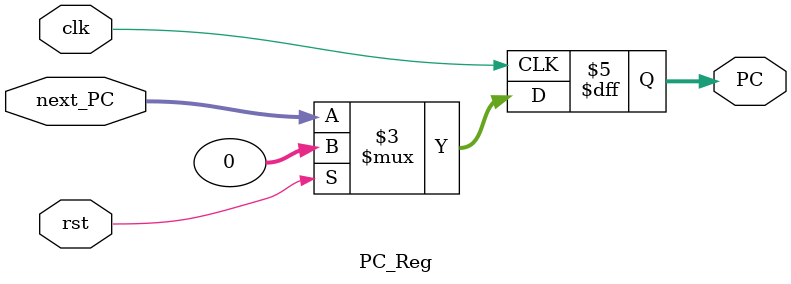
<source format=sv>
module PC_Reg #(
    DATA_LENGTH = 32
) (
    input logic clk,
    input logic rst,
    input logic [DATA_LENGTH-1:0] next_PC,
    output logic [DATA_LENGTH-1:0] PC
);

always_ff @(posedge clk)begin
    if(rst)  PC <= 0;
    else PC <= next_PC;
end
    
endmodule

</source>
